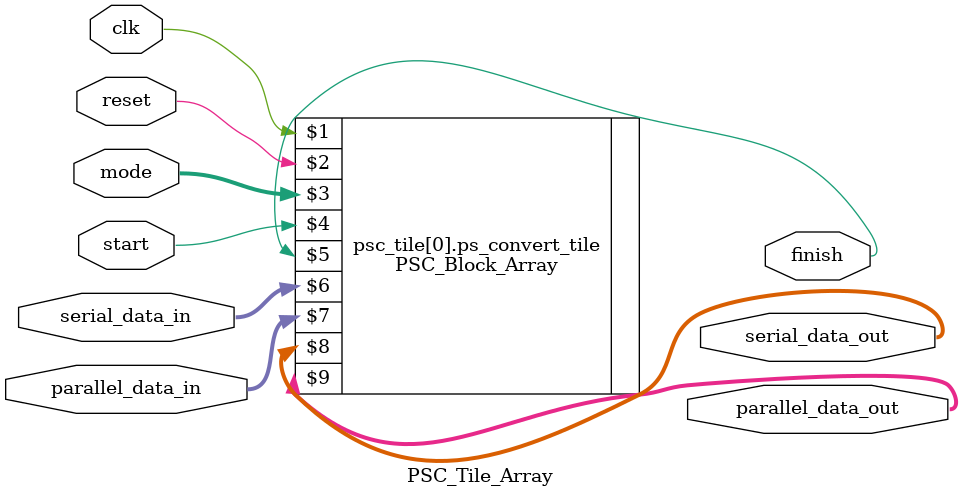
<source format=v>
`timescale 1ns / 1ps


module PSC_Tile_Array
    #(parameter MAX_WORD_LENGTH = 32, parameter[7:0] ARRAY_DIM = 8'h01, parameter[7:0] TILE_DIM = 8'h01)(
        input clk, 
        input reset, 
        input [1:0] mode,
        input start,
        output finish,
        input [8*ARRAY_DIM*TILE_DIM-1:0] serial_data_in,
        input [4*MAX_WORD_LENGTH*ARRAY_DIM*TILE_DIM-1:0] parallel_data_in,
  
        output[8*ARRAY_DIM*TILE_DIM-1:0] serial_data_out,
        output[4*MAX_WORD_LENGTH*ARRAY_DIM*TILE_DIM-1:0] parallel_data_out
    );
    

genvar gi;
// generate and endgenerate is optional
generate
    for (gi=0; gi<ARRAY_DIM; gi=gi+1) begin : psc_tile
        PSC_Block_Array # (MAX_WORD_LENGTH, TILE_DIM) ps_convert_tile
        (
            clk,  
            reset, 
            mode,
            start,
            finish,
            serial_data_in[8*TILE_DIM*gi+:8*TILE_DIM],
            parallel_data_in[4*MAX_WORD_LENGTH*TILE_DIM*gi+:4*MAX_WORD_LENGTH*TILE_DIM],
            serial_data_out[8*TILE_DIM*gi+:8*TILE_DIM],
            parallel_data_out[4*MAX_WORD_LENGTH*TILE_DIM*gi+:4*MAX_WORD_LENGTH*TILE_DIM]
        );
    end
endgenerate
endmodule

</source>
